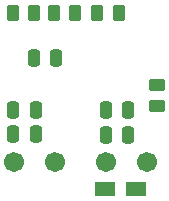
<source format=gbs>
G04 #@! TF.GenerationSoftware,KiCad,Pcbnew,7.0.5-0*
G04 #@! TF.CreationDate,2023-12-12T07:42:38-05:00*
G04 #@! TF.ProjectId,12v5VBuck,31327635-5642-4756-936b-2e6b69636164,rev?*
G04 #@! TF.SameCoordinates,Original*
G04 #@! TF.FileFunction,Soldermask,Bot*
G04 #@! TF.FilePolarity,Negative*
%FSLAX46Y46*%
G04 Gerber Fmt 4.6, Leading zero omitted, Abs format (unit mm)*
G04 Created by KiCad (PCBNEW 7.0.5-0) date 2023-12-12 07:42:38*
%MOMM*%
%LPD*%
G01*
G04 APERTURE LIST*
G04 Aperture macros list*
%AMRoundRect*
0 Rectangle with rounded corners*
0 $1 Rounding radius*
0 $2 $3 $4 $5 $6 $7 $8 $9 X,Y pos of 4 corners*
0 Add a 4 corners polygon primitive as box body*
4,1,4,$2,$3,$4,$5,$6,$7,$8,$9,$2,$3,0*
0 Add four circle primitives for the rounded corners*
1,1,$1+$1,$2,$3*
1,1,$1+$1,$4,$5*
1,1,$1+$1,$6,$7*
1,1,$1+$1,$8,$9*
0 Add four rect primitives between the rounded corners*
20,1,$1+$1,$2,$3,$4,$5,0*
20,1,$1+$1,$4,$5,$6,$7,0*
20,1,$1+$1,$6,$7,$8,$9,0*
20,1,$1+$1,$8,$9,$2,$3,0*%
G04 Aperture macros list end*
%ADD10R,1.800000X1.150000*%
%ADD11C,1.701800*%
%ADD12RoundRect,0.250000X-0.262500X-0.450000X0.262500X-0.450000X0.262500X0.450000X-0.262500X0.450000X0*%
%ADD13RoundRect,0.250000X-0.250000X-0.475000X0.250000X-0.475000X0.250000X0.475000X-0.250000X0.475000X0*%
%ADD14RoundRect,0.250000X-0.450000X0.262500X-0.450000X-0.262500X0.450000X-0.262500X0.450000X0.262500X0*%
G04 APERTURE END LIST*
D10*
X67300000Y-33100000D03*
X64700000Y-33100000D03*
D11*
X60475001Y-30775000D03*
X56974998Y-30775000D03*
X68235001Y-30765000D03*
X64734998Y-30765000D03*
D12*
X64032500Y-18125000D03*
X65857500Y-18125000D03*
D13*
X64758726Y-26385000D03*
X66658726Y-26385000D03*
X58650000Y-21955000D03*
X60550000Y-21955000D03*
D12*
X60342500Y-18125000D03*
X62167500Y-18125000D03*
D13*
X64758726Y-28495000D03*
X66658726Y-28495000D03*
D12*
X56842500Y-18175000D03*
X58667500Y-18175000D03*
D13*
X56925000Y-26352060D03*
X58825000Y-26352060D03*
X56925000Y-28442060D03*
X58825000Y-28442060D03*
D14*
X69075000Y-24242500D03*
X69075000Y-26067500D03*
M02*

</source>
